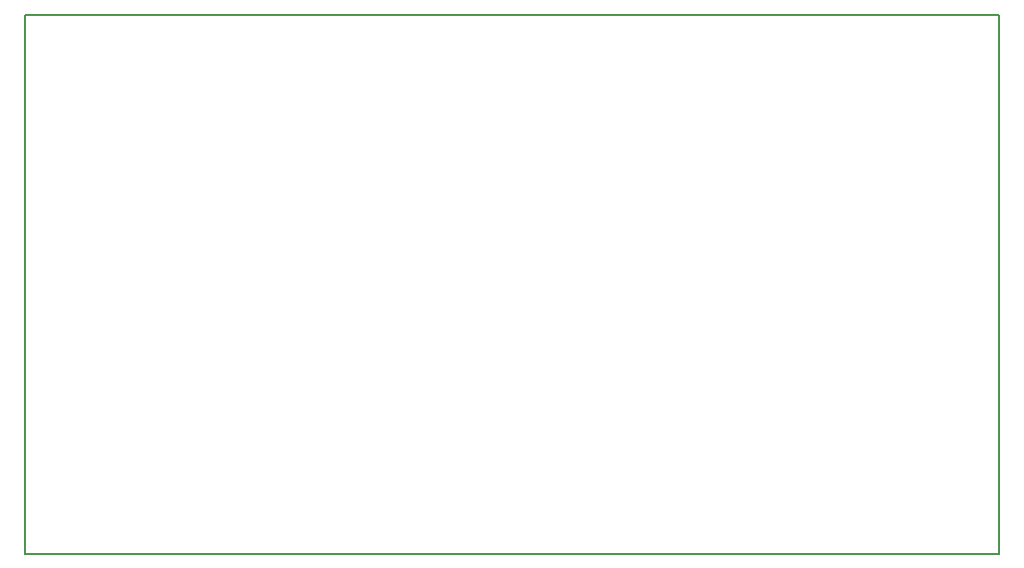
<source format=gm1>
G04 #@! TF.FileFunction,Profile,NP*
%FSLAX46Y46*%
G04 Gerber Fmt 4.6, Leading zero omitted, Abs format (unit mm)*
G04 Created by KiCad (PCBNEW 4.0.2-4+6225~38~ubuntu14.04.1-stable) date Fri 25 Mar 2016 04:25:24 PM CET*
%MOMM*%
G01*
G04 APERTURE LIST*
%ADD10C,0.150000*%
G04 APERTURE END LIST*
D10*
X219710000Y-93980000D02*
X137160000Y-93980000D01*
X219710000Y-139700000D02*
X219710000Y-93980000D01*
X137160000Y-139700000D02*
X219710000Y-139700000D01*
X137160000Y-93980000D02*
X137160000Y-139700000D01*
M02*

</source>
